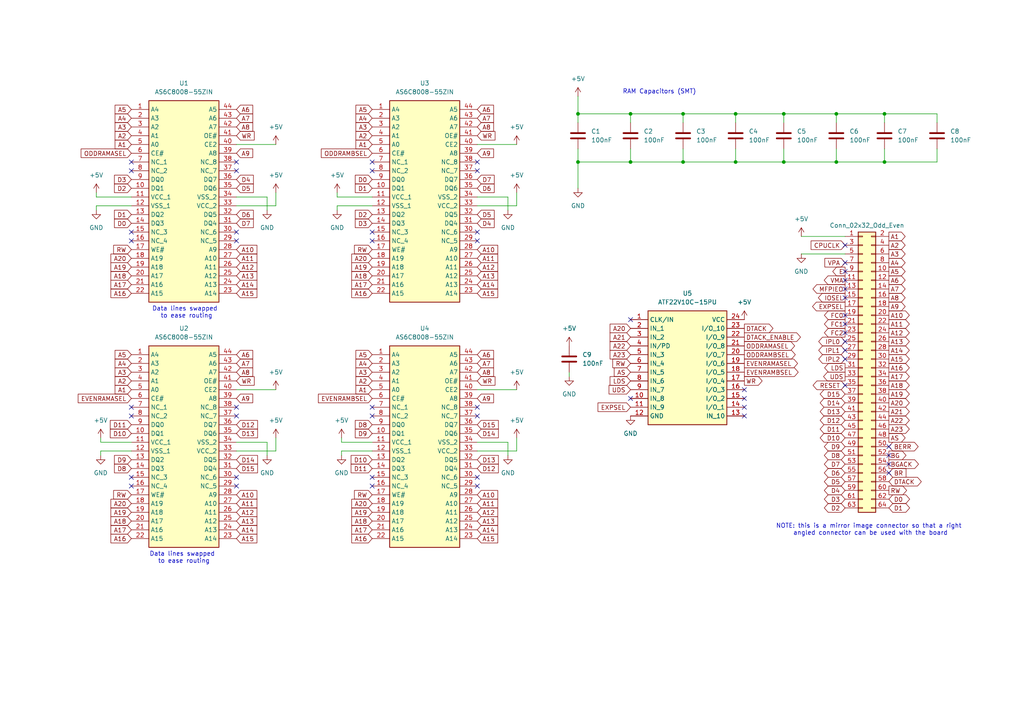
<source format=kicad_sch>
(kicad_sch (version 20231120) (generator "eeschema") (generator_version "8.0")
  (paper "A4")
  (lib_symbols
    (symbol "AS6C8008-55ZIN:AS6C8008-55ZIN"
      (property "Reference" "IC" (at 26.67 7.62 0))
      (property "Value" "AS6C8008-55ZIN" (at 26.67 5.08 0))
      (symbol "AS6C8008-55ZIN_1_1"
        (pin passive line (at 0 0 0) (length 5.08) (name "A4") (number "1"))
        (pin passive line (at 0 -22.86 0) (length 5.08) (name "DQ1") (number "10"))
        (pin passive line (at 0 -25.4 0) (length 5.08) (name "VCC_1") (number "11"))
        (pin passive line (at 0 -27.94 0) (length 5.08) (name "VSS_1") (number "12"))
        (pin passive line (at 0 -30.48 0) (length 5.08) (name "DQ2") (number "13"))
        (pin passive line (at 0 -33.02 0) (length 5.08) (name "DQ3") (number "14"))
        (pin passive line (at 0 -35.56 0) (length 5.08) (name "NC_3") (number "15"))
        (pin passive line (at 0 -38.1 0) (length 5.08) (name "NC_4") (number "16"))
        (pin passive line (at 0 -40.64 0) (length 5.08) (name "WE#") (number "17"))
        (pin passive line (at 0 -43.18 0) (length 5.08) (name "A19") (number "18"))
        (pin passive line (at 0 -45.72 0) (length 5.08) (name "A18") (number "19"))
        (pin passive line (at 0 -2.54 0) (length 5.08) (name "A3") (number "2"))
        (pin passive line (at 0 -48.26 0) (length 5.08) (name "A17") (number "20"))
        (pin passive line (at 0 -50.8 0) (length 5.08) (name "A16") (number "21"))
        (pin passive line (at 0 -53.34 0) (length 5.08) (name "A15") (number "22"))
        (pin passive line (at 30.48 -53.34 180) (length 5.08) (name "A14") (number "23"))
        (pin passive line (at 30.48 -50.8 180) (length 5.08) (name "A13") (number "24"))
        (pin passive line (at 30.48 -48.26 180) (length 5.08) (name "A12") (number "25"))
        (pin passive line (at 30.48 -45.72 180) (length 5.08) (name "A11") (number "26"))
        (pin passive line (at 30.48 -43.18 180) (length 5.08) (name "A10") (number "27"))
        (pin passive line (at 30.48 -40.64 180) (length 5.08) (name "A9") (number "28"))
        (pin passive line (at 30.48 -38.1 180) (length 5.08) (name "NC_5") (number "29"))
        (pin passive line (at 0 -5.08 0) (length 5.08) (name "A2") (number "3"))
        (pin passive line (at 30.48 -35.56 180) (length 5.08) (name "NC_6") (number "30"))
        (pin passive line (at 30.48 -33.02 180) (length 5.08) (name "DQ4") (number "31"))
        (pin passive line (at 30.48 -30.48 180) (length 5.08) (name "DQ5") (number "32"))
        (pin passive line (at 30.48 -27.94 180) (length 5.08) (name "VCC_2") (number "33"))
        (pin passive line (at 30.48 -25.4 180) (length 5.08) (name "VSS_2") (number "34"))
        (pin passive line (at 30.48 -22.86 180) (length 5.08) (name "DQ6") (number "35"))
        (pin passive line (at 30.48 -20.32 180) (length 5.08) (name "DQ7") (number "36"))
        (pin passive line (at 30.48 -17.78 180) (length 5.08) (name "NC_7") (number "37"))
        (pin passive line (at 30.48 -15.24 180) (length 5.08) (name "NC_8") (number "38"))
        (pin passive line (at 30.48 -12.7 180) (length 5.08) (name "A8") (number "39"))
        (pin passive line (at 0 -7.62 0) (length 5.08) (name "A1") (number "4"))
        (pin passive line (at 30.48 -10.16 180) (length 5.08) (name "CE2") (number "40"))
        (pin passive line (at 30.48 -7.62 180) (length 5.08) (name "OE#") (number "41"))
        (pin passive line (at 30.48 -5.08 180) (length 5.08) (name "A7") (number "42"))
        (pin passive line (at 30.48 -2.54 180) (length 5.08) (name "A6") (number "43"))
        (pin passive line (at 30.48 0 180) (length 5.08) (name "A5") (number "44"))
        (pin passive line (at 0 -10.16 0) (length 5.08) (name "A0") (number "5"))
        (pin passive line (at 0 -12.7 0) (length 5.08) (name "CE#") (number "6"))
        (pin passive line (at 0 -15.24 0) (length 5.08) (name "NC_1") (number "7"))
        (pin passive line (at 0 -17.78 0) (length 5.08) (name "NC_2") (number "8"))
        (pin passive line (at 0 -20.32 0) (length 5.08) (name "DQ0") (number "9"))
      )
    )
    (symbol "ATF22V10:ATF22V10C-15PU"
      (property "Reference" "IC" (at 29.21 7.62 0))
      (property "Value" "ATF22V10C-15PU" (at 29.21 5.08 0))
      (symbol "ATF22V10C-15PU_1_1"
        (pin passive line (at 0 0 0) (length 5.08) (name "CLK/IN") (number "1"))
        (pin passive line (at 0 -22.86 0) (length 5.08) (name "IN_8") (number "10"))
        (pin passive line (at 0 -25.4 0) (length 5.08) (name "IN_9") (number "11"))
        (pin passive line (at 0 -27.94 0) (length 5.08) (name "GND") (number "12"))
        (pin passive line (at 33.02 -27.94 180) (length 5.08) (name "IN_10") (number "13"))
        (pin passive line (at 33.02 -25.4 180) (length 5.08) (name "I/O_1") (number "14"))
        (pin passive line (at 33.02 -22.86 180) (length 5.08) (name "I/O_2") (number "15"))
        (pin passive line (at 33.02 -20.32 180) (length 5.08) (name "I/O_3") (number "16"))
        (pin passive line (at 33.02 -17.78 180) (length 5.08) (name "I/O_4") (number "17"))
        (pin passive line (at 33.02 -15.24 180) (length 5.08) (name "I/O_5") (number "18"))
        (pin passive line (at 33.02 -12.7 180) (length 5.08) (name "I/O_6") (number "19"))
        (pin passive line (at 0 -2.54 0) (length 5.08) (name "IN_1") (number "2"))
        (pin passive line (at 33.02 -10.16 180) (length 5.08) (name "I/O_7") (number "20"))
        (pin passive line (at 33.02 -7.62 180) (length 5.08) (name "I/O_8") (number "21"))
        (pin passive line (at 33.02 -5.08 180) (length 5.08) (name "I/O_9") (number "22"))
        (pin passive line (at 33.02 -2.54 180) (length 5.08) (name "I/O_10") (number "23"))
        (pin passive line (at 33.02 0 180) (length 5.08) (name "VCC") (number "24"))
        (pin passive line (at 0 -5.08 0) (length 5.08) (name "IN_2") (number "3"))
        (pin passive line (at 0 -7.62 0) (length 5.08) (name "IN/PD") (number "4"))
        (pin passive line (at 0 -10.16 0) (length 5.08) (name "IN_3") (number "5"))
        (pin passive line (at 0 -12.7 0) (length 5.08) (name "IN_4") (number "6"))
        (pin passive line (at 0 -15.24 0) (length 5.08) (name "IN_5") (number "7"))
        (pin passive line (at 0 -17.78 0) (length 5.08) (name "IN_6") (number "8"))
        (pin passive line (at 0 -20.32 0) (length 5.08) (name "IN_7") (number "9"))
      )
    )
    (symbol "Connector_Generic:Conn_02x32_Odd_Even" (pin_names (offset 1.016) hide)
      (property "Reference" "J" (at 1.27 40.64 0))
      (property "Value" "Conn_02x32_Odd_Even" (at 1.27 -43.18 0))
      (symbol "Conn_02x32_Odd_Even_1_1"
        (pin passive line (at -5.08 38.1 0) (length 3.81) (name "Pin_1") (number "1"))
        (pin passive line (at 7.62 27.94 180) (length 3.81) (name "Pin_10") (number "10"))
        (pin passive line (at -5.08 25.4 0) (length 3.81) (name "Pin_11") (number "11"))
        (pin passive line (at 7.62 25.4 180) (length 3.81) (name "Pin_12") (number "12"))
        (pin passive line (at -5.08 22.86 0) (length 3.81) (name "Pin_13") (number "13"))
        (pin passive line (at 7.62 22.86 180) (length 3.81) (name "Pin_14") (number "14"))
        (pin passive line (at -5.08 20.32 0) (length 3.81) (name "Pin_15") (number "15"))
        (pin passive line (at 7.62 20.32 180) (length 3.81) (name "Pin_16") (number "16"))
        (pin passive line (at -5.08 17.78 0) (length 3.81) (name "Pin_17") (number "17"))
        (pin passive line (at 7.62 17.78 180) (length 3.81) (name "Pin_18") (number "18"))
        (pin passive line (at -5.08 15.24 0) (length 3.81) (name "Pin_19") (number "19"))
        (pin passive line (at 7.62 38.1 180) (length 3.81) (name "Pin_2") (number "2"))
        (pin passive line (at 7.62 15.24 180) (length 3.81) (name "Pin_20") (number "20"))
        (pin passive line (at -5.08 12.7 0) (length 3.81) (name "Pin_21") (number "21"))
        (pin passive line (at 7.62 12.7 180) (length 3.81) (name "Pin_22") (number "22"))
        (pin passive line (at -5.08 10.16 0) (length 3.81) (name "Pin_23") (number "23"))
        (pin passive line (at 7.62 10.16 180) (length 3.81) (name "Pin_24") (number "24"))
        (pin passive line (at -5.08 7.62 0) (length 3.81) (name "Pin_25") (number "25"))
        (pin passive line (at 7.62 7.62 180) (length 3.81) (name "Pin_26") (number "26"))
        (pin passive line (at -5.08 5.08 0) (length 3.81) (name "Pin_27") (number "27"))
        (pin passive line (at 7.62 5.08 180) (length 3.81) (name "Pin_28") (number "28"))
        (pin passive line (at -5.08 2.54 0) (length 3.81) (name "Pin_29") (number "29"))
        (pin passive line (at -5.08 35.56 0) (length 3.81) (name "Pin_3") (number "3"))
        (pin passive line (at 7.62 2.54 180) (length 3.81) (name "Pin_30") (number "30"))
        (pin passive line (at -5.08 0 0) (length 3.81) (name "Pin_31") (number "31"))
        (pin passive line (at 7.62 0 180) (length 3.81) (name "Pin_32") (number "32"))
        (pin passive line (at -5.08 -2.54 0) (length 3.81) (name "Pin_33") (number "33"))
        (pin passive line (at 7.62 -2.54 180) (length 3.81) (name "Pin_34") (number "34"))
        (pin passive line (at -5.08 -5.08 0) (length 3.81) (name "Pin_35") (number "35"))
        (pin passive line (at 7.62 -5.08 180) (length 3.81) (name "Pin_36") (number "36"))
        (pin passive line (at -5.08 -7.62 0) (length 3.81) (name "Pin_37") (number "37"))
        (pin passive line (at 7.62 -7.62 180) (length 3.81) (name "Pin_38") (number "38"))
        (pin passive line (at -5.08 -10.16 0) (length 3.81) (name "Pin_39") (number "39"))
        (pin passive line (at 7.62 35.56 180) (length 3.81) (name "Pin_4") (number "4"))
        (pin passive line (at 7.62 -10.16 180) (length 3.81) (name "Pin_40") (number "40"))
        (pin passive line (at -5.08 -12.7 0) (length 3.81) (name "Pin_41") (number "41"))
        (pin passive line (at 7.62 -12.7 180) (length 3.81) (name "Pin_42") (number "42"))
        (pin passive line (at -5.08 -15.24 0) (length 3.81) (name "Pin_43") (number "43"))
        (pin passive line (at 7.62 -15.24 180) (length 3.81) (name "Pin_44") (number "44"))
        (pin passive line (at -5.08 -17.78 0) (length 3.81) (name "Pin_45") (number "45"))
        (pin passive line (at 7.62 -17.78 180) (length 3.81) (name "Pin_46") (number "46"))
        (pin passive line (at -5.08 -20.32 0) (length 3.81) (name "Pin_47") (number "47"))
        (pin passive line (at 7.62 -20.32 180) (length 3.81) (name "Pin_48") (number "48"))
        (pin passive line (at -5.08 -22.86 0) (length 3.81) (name "Pin_49") (number "49"))
        (pin passive line (at -5.08 33.02 0) (length 3.81) (name "Pin_5") (number "5"))
        (pin passive line (at 7.62 -22.86 180) (length 3.81) (name "Pin_50") (number "50"))
        (pin passive line (at -5.08 -25.4 0) (length 3.81) (name "Pin_51") (number "51"))
        (pin passive line (at 7.62 -25.4 180) (length 3.81) (name "Pin_52") (number "52"))
        (pin passive line (at -5.08 -27.94 0) (length 3.81) (name "Pin_53") (number "53"))
        (pin passive line (at 7.62 -27.94 180) (length 3.81) (name "Pin_54") (number "54"))
        (pin passive line (at -5.08 -30.48 0) (length 3.81) (name "Pin_55") (number "55"))
        (pin passive line (at 7.62 -30.48 180) (length 3.81) (name "Pin_56") (number "56"))
        (pin passive line (at -5.08 -33.02 0) (length 3.81) (name "Pin_57") (number "57"))
        (pin passive line (at 7.62 -33.02 180) (length 3.81) (name "Pin_58") (number "58"))
        (pin passive line (at -5.08 -35.56 0) (length 3.81) (name "Pin_59") (number "59"))
        (pin passive line (at 7.62 33.02 180) (length 3.81) (name "Pin_6") (number "6"))
        (pin passive line (at 7.62 -35.56 180) (length 3.81) (name "Pin_60") (number "60"))
        (pin passive line (at -5.08 -38.1 0) (length 3.81) (name "Pin_61") (number "61"))
        (pin passive line (at 7.62 -38.1 180) (length 3.81) (name "Pin_62") (number "62"))
        (pin passive line (at -5.08 -40.64 0) (length 3.81) (name "Pin_63") (number "63"))
        (pin passive line (at 7.62 -40.64 180) (length 3.81) (name "Pin_64") (number "64"))
        (pin passive line (at -5.08 30.48 0) (length 3.81) (name "Pin_7") (number "7"))
        (pin passive line (at 7.62 30.48 180) (length 3.81) (name "Pin_8") (number "8"))
        (pin passive line (at -5.08 27.94 0) (length 3.81) (name "Pin_9") (number "9"))
      )
    )
    (symbol "Device:C" (pin_numbers hide) (pin_names (offset 0.254))
      (property "Reference" "C" (at 0.635 2.54 0))
      (property "Value" "C" (at 0.635 -2.54 0))
      (symbol "C_1_1"
        (pin passive line (at 0 3.81 270) (length 2.794) (name "~") (number "1"))
        (pin passive line (at 0 -3.81 90) (length 2.794) (name "~") (number "2"))
      )
    )
    (symbol "GND_4" (power) (pin_numbers hide) (pin_names (offset 0) hide)
      (property "Value" "GND" (at 0 -3.81 0))
      (symbol "GND_4_1_1"
        (pin power_in line (at 0 0 270) (length 0) (name "~") (number "1"))
      )
    )
    (symbol "power:+5V" (power) (pin_names (offset 0))
      (property "Value" "+5V" (at 0 3.556 0))
      (symbol "+5V_1_1"
        (pin power_in line (at 0 0 90) (length 0) hide (name "+5V") (number "1"))
      )
    )
    (symbol "power:GND" (power) (pin_names (offset 0))
      (property "Value" "GND" (at 0 -3.81 0))
      (symbol "GND_1_1"
        (pin power_in line (at 0 0 270) (length 0) hide (name "GND") (number "1"))
      )
    )
  )
  (junction (at 227.33 33.02))
  (junction (at 198.12 33.02))
  (junction (at 182.88 46.99))
  (junction (at 242.57 46.99))
  (junction (at 167.64 33.02))
  (junction (at 242.57 33.02))
  (junction (at 213.36 46.99))
  (junction (at 182.88 33.02))
  (junction (at 213.36 33.02))
  (junction (at 256.54 33.02))
  (junction (at 198.12 46.99))
  (junction (at 256.54 46.99))
  (junction (at 167.64 46.99))
  (junction (at 227.33 46.99))
  (no_connect (at 107.95 120.65))
  (no_connect (at 245.11 96.52))
  (no_connect (at 38.1 140.97))
  (no_connect (at 68.58 67.31))
  (no_connect (at 245.11 83.82))
  (no_connect (at 138.43 49.53))
  (no_connect (at 107.95 67.31))
  (no_connect (at 68.58 120.65))
  (no_connect (at 68.58 140.97))
  (no_connect (at 245.11 101.6))
  (no_connect (at 215.9 115.57))
  (no_connect (at 38.1 49.53))
  (no_connect (at 38.1 69.85))
  (no_connect (at 245.11 91.44))
  (no_connect (at 38.1 67.31))
  (no_connect (at 245.11 86.36))
  (no_connect (at 107.95 46.99))
  (no_connect (at 257.81 132.08))
  (no_connect (at 182.88 92.71))
  (no_connect (at 107.95 118.11))
  (no_connect (at 68.58 118.11))
  (no_connect (at 245.11 99.06))
  (no_connect (at 245.11 71.12))
  (no_connect (at 38.1 46.99))
  (no_connect (at 138.43 118.11))
  (no_connect (at 215.9 113.03))
  (no_connect (at 245.11 93.98))
  (no_connect (at 215.9 118.11))
  (no_connect (at 245.11 78.74))
  (no_connect (at 138.43 67.31))
  (no_connect (at 68.58 46.99))
  (no_connect (at 245.11 111.76))
  (no_connect (at 107.95 69.85))
  (no_connect (at 182.88 115.57))
  (no_connect (at 38.1 138.43))
  (no_connect (at 38.1 118.11))
  (no_connect (at 215.9 120.65))
  (no_connect (at 138.43 138.43))
  (no_connect (at 245.11 81.28))
  (no_connect (at 257.81 129.54))
  (no_connect (at 107.95 49.53))
  (no_connect (at 257.81 134.62))
  (no_connect (at 257.81 137.16))
  (no_connect (at 138.43 69.85))
  (no_connect (at 138.43 120.65))
  (no_connect (at 68.58 69.85))
  (no_connect (at 245.11 76.2))
  (no_connect (at 138.43 140.97))
  (no_connect (at 38.1 120.65))
  (no_connect (at 68.58 49.53))
  (no_connect (at 107.95 138.43))
  (no_connect (at 138.43 46.99))
  (no_connect (at 107.95 140.97))
  (no_connect (at 245.11 104.14))
  (no_connect (at 68.58 138.43))
  (wire (pts (xy 182.88 43.18) (xy 182.88 46.99)))
  (wire (pts (xy 167.64 46.99) (xy 182.88 46.99)))
  (wire (pts (xy 256.54 46.99) (xy 271.78 46.99)))
  (wire (pts (xy 138.43 59.69) (xy 149.86 59.69)))
  (wire (pts (xy 242.57 33.02) (xy 242.57 35.56)))
  (wire (pts (xy 27.94 59.69) (xy 27.94 60.96)))
  (wire (pts (xy 213.36 43.18) (xy 213.36 46.99)))
  (wire (pts (xy 68.58 41.91) (xy 80.01 41.91)))
  (wire (pts (xy 99.06 130.81) (xy 99.06 132.08)))
  (wire (pts (xy 271.78 43.18) (xy 271.78 46.99)))
  (wire (pts (xy 256.54 33.02) (xy 271.78 33.02)))
  (wire (pts (xy 99.06 130.81) (xy 107.95 130.81)))
  (wire (pts (xy 227.33 46.99) (xy 213.36 46.99)))
  (wire (pts (xy 107.95 59.69) (xy 97.79 59.69)))
  (wire (pts (xy 97.79 57.15) (xy 107.95 57.15)))
  (wire (pts (xy 68.58 57.15) (xy 77.47 57.15)))
  (wire (pts (xy 242.57 43.18) (xy 242.57 46.99)))
  (wire (pts (xy 198.12 33.02) (xy 213.36 33.02)))
  (wire (pts (xy 165.1 107.95) (xy 165.1 109.22)))
  (wire (pts (xy 167.64 33.02) (xy 167.64 35.56)))
  (wire (pts (xy 242.57 33.02) (xy 256.54 33.02)))
  (wire (pts (xy 167.64 27.94) (xy 167.64 33.02)))
  (wire (pts (xy 198.12 33.02) (xy 182.88 33.02)))
  (wire (pts (xy 149.86 130.81) (xy 149.86 127)))
  (wire (pts (xy 167.64 33.02) (xy 182.88 33.02)))
  (wire (pts (xy 138.43 130.81) (xy 149.86 130.81)))
  (wire (pts (xy 27.94 57.15) (xy 38.1 57.15)))
  (wire (pts (xy 38.1 59.69) (xy 27.94 59.69)))
  (wire (pts (xy 182.88 33.02) (xy 182.88 35.56)))
  (wire (pts (xy 77.47 57.15) (xy 77.47 60.96)))
  (wire (pts (xy 213.36 33.02) (xy 227.33 33.02)))
  (wire (pts (xy 198.12 46.99) (xy 213.36 46.99)))
  (wire (pts (xy 29.21 130.81) (xy 38.1 130.81)))
  (wire (pts (xy 138.43 113.03) (xy 149.86 113.03)))
  (wire (pts (xy 149.86 59.69) (xy 149.86 55.88)))
  (wire (pts (xy 198.12 43.18) (xy 198.12 46.99)))
  (wire (pts (xy 198.12 33.02) (xy 198.12 35.56)))
  (wire (pts (xy 256.54 43.18) (xy 256.54 46.99)))
  (wire (pts (xy 97.79 59.69) (xy 97.79 60.96)))
  (wire (pts (xy 147.32 128.27) (xy 147.32 132.08)))
  (wire (pts (xy 227.33 46.99) (xy 242.57 46.99)))
  (wire (pts (xy 99.06 128.27) (xy 99.06 127)))
  (wire (pts (xy 27.94 57.15) (xy 27.94 55.88)))
  (wire (pts (xy 147.32 57.15) (xy 147.32 60.96)))
  (wire (pts (xy 77.47 128.27) (xy 77.47 132.08)))
  (wire (pts (xy 167.64 46.99) (xy 167.64 54.61)))
  (wire (pts (xy 80.01 59.69) (xy 80.01 55.88)))
  (wire (pts (xy 68.58 130.81) (xy 80.01 130.81)))
  (wire (pts (xy 99.06 128.27) (xy 107.95 128.27)))
  (wire (pts (xy 227.33 33.02) (xy 242.57 33.02)))
  (wire (pts (xy 138.43 41.91) (xy 149.86 41.91)))
  (wire (pts (xy 245.11 73.66) (xy 232.41 73.66)))
  (wire (pts (xy 213.36 33.02) (xy 213.36 35.56)))
  (wire (pts (xy 138.43 128.27) (xy 147.32 128.27)))
  (wire (pts (xy 242.57 46.99) (xy 256.54 46.99)))
  (wire (pts (xy 68.58 113.03) (xy 80.01 113.03)))
  (wire (pts (xy 80.01 130.81) (xy 80.01 127)))
  (wire (pts (xy 167.64 43.18) (xy 167.64 46.99)))
  (wire (pts (xy 245.11 68.58) (xy 232.41 68.58)))
  (wire (pts (xy 227.33 43.18) (xy 227.33 46.99)))
  (wire (pts (xy 29.21 128.27) (xy 29.21 127)))
  (wire (pts (xy 68.58 59.69) (xy 80.01 59.69)))
  (wire (pts (xy 227.33 33.02) (xy 227.33 35.56)))
  (wire (pts (xy 29.21 130.81) (xy 29.21 132.08)))
  (wire (pts (xy 182.88 46.99) (xy 198.12 46.99)))
  (wire (pts (xy 29.21 128.27) (xy 38.1 128.27)))
  (wire (pts (xy 97.79 57.15) (xy 97.79 55.88)))
  (wire (pts (xy 256.54 33.02) (xy 256.54 35.56)))
  (wire (pts (xy 271.78 33.02) (xy 271.78 35.56)))
  (wire (pts (xy 138.43 57.15) (xy 147.32 57.15)))
  (wire (pts (xy 68.58 128.27) (xy 77.47 128.27)))
  (text "NOTE: this is a mirror image connector so that a right \nangled connector can be used with the board" (at 252.476 153.67 0) (effects (font (size 1.27 1.27))))
  (text "Data lines swapped \nto ease routing" (at 54.102 90.678 0) (effects (font (size 1.27 1.27))))
  (text "Data lines swapped \nto ease routing" (at 53.34 161.798 0) (effects (font (size 1.27 1.27))))
  (text "RAM Capacitors (SMT)" (at 191.262 26.67 0) (effects (font (size 1.27 1.27))))
  (global_label "D3" (shape bidirectional) (at 245.11 144.78 180) (property "Intersheetrefs" "${INTERSHEET_REFS}" (effects (hide yes))))
  (global_label "A1" (shape input) (at 38.1 41.91 180) (property "Intersheetrefs" "${INTERSHEET_REFS}" (effects (hide yes))))
  (global_label "A11" (shape input) (at 68.58 74.93 0) (property "Intersheetrefs" "${INTERSHEET_REFS}" (effects (hide yes))))
  (global_label "A15" (shape input) (at 138.43 156.21 0) (property "Intersheetrefs" "${INTERSHEET_REFS}" (effects (hide yes))))
  (global_label "EXPSEL" (shape output) (at 245.11 88.9 180) (property "Intersheetrefs" "${INTERSHEET_REFS}" (effects (hide yes))))
  (global_label "A20" (shape input) (at 38.1 74.93 180) (property "Intersheetrefs" "${INTERSHEET_REFS}" (effects (hide yes))))
  (global_label "A4" (shape input) (at 107.95 105.41 180) (property "Intersheetrefs" "${INTERSHEET_REFS}" (effects (hide yes))))
  (global_label "D7" (shape input) (at 138.43 52.07 0) (property "Intersheetrefs" "${INTERSHEET_REFS}" (effects (hide yes))))
  (global_label "D2" (shape input) (at 107.95 62.23 180) (property "Intersheetrefs" "${INTERSHEET_REFS}" (effects (hide yes))))
  (global_label "D1" (shape input) (at 38.1 62.23 180) (property "Intersheetrefs" "${INTERSHEET_REFS}" (effects (hide yes))))
  (global_label "A2" (shape input) (at 107.95 110.49 180) (property "Intersheetrefs" "${INTERSHEET_REFS}" (effects (hide yes))))
  (global_label "D12" (shape input) (at 68.58 123.19 0) (property "Intersheetrefs" "${INTERSHEET_REFS}" (effects (hide yes))))
  (global_label "D14" (shape bidirectional) (at 245.11 116.84 180) (property "Intersheetrefs" "${INTERSHEET_REFS}" (effects (hide yes))))
  (global_label "D13" (shape bidirectional) (at 245.11 119.38 180) (property "Intersheetrefs" "${INTERSHEET_REFS}" (effects (hide yes))))
  (global_label "IPL1" (shape tri_state) (at 245.11 101.6 180) (property "Intersheetrefs" "${INTERSHEET_REFS}" (effects (hide yes))))
  (global_label "D14" (shape input) (at 138.43 125.73 0) (property "Intersheetrefs" "${INTERSHEET_REFS}" (effects (hide yes))))
  (global_label "A14" (shape input) (at 68.58 82.55 0) (property "Intersheetrefs" "${INTERSHEET_REFS}" (effects (hide yes))))
  (global_label "A14" (shape input) (at 138.43 153.67 0) (property "Intersheetrefs" "${INTERSHEET_REFS}" (effects (hide yes))))
  (global_label "DTACK" (shape output) (at 215.9 95.25 0) (property "Intersheetrefs" "${INTERSHEET_REFS}" (effects (hide yes))))
  (global_label "RW" (shape input) (at 38.1 143.51 180) (property "Intersheetrefs" "${INTERSHEET_REFS}" (effects (hide yes))))
  (global_label "EVENRAMBSEL" (shape output) (at 215.9 107.95 0) (property "Intersheetrefs" "${INTERSHEET_REFS}" (effects (hide yes))))
  (global_label "A18" (shape input) (at 107.95 151.13 180) (property "Intersheetrefs" "${INTERSHEET_REFS}" (effects (hide yes))))
  (global_label "A20" (shape input) (at 107.95 74.93 180) (property "Intersheetrefs" "${INTERSHEET_REFS}" (effects (hide yes))))
  (global_label "D9" (shape input) (at 38.1 133.35 180) (property "Intersheetrefs" "${INTERSHEET_REFS}" (effects (hide yes))))
  (global_label "D12" (shape input) (at 138.43 135.89 0) (property "Intersheetrefs" "${INTERSHEET_REFS}" (effects (hide yes))))
  (global_label "A5" (shape input) (at 107.95 31.75 180) (property "Intersheetrefs" "${INTERSHEET_REFS}" (effects (hide yes))))
  (global_label "UDS" (shape input) (at 182.88 113.03 180) (property "Intersheetrefs" "${INTERSHEET_REFS}" (effects (hide yes))))
  (global_label "D3" (shape input) (at 107.95 64.77 180) (property "Intersheetrefs" "${INTERSHEET_REFS}" (effects (hide yes))))
  (global_label "A12" (shape input) (at 68.58 77.47 0) (property "Intersheetrefs" "${INTERSHEET_REFS}" (effects (hide yes))))
  (global_label "D13" (shape input) (at 138.43 133.35 0) (property "Intersheetrefs" "${INTERSHEET_REFS}" (effects (hide yes))))
  (global_label "ODDRAMBSEL" (shape output) (at 215.9 102.87 0) (property "Intersheetrefs" "${INTERSHEET_REFS}" (effects (hide yes))))
  (global_label "CPUCLK" (shape input) (at 245.11 71.12 180) (property "Intersheetrefs" "${INTERSHEET_REFS}" (effects (hide yes))))
  (global_label "A14" (shape input) (at 68.58 153.67 0) (property "Intersheetrefs" "${INTERSHEET_REFS}" (effects (hide yes))))
  (global_label "FC0" (shape output) (at 245.11 91.44 180) (property "Intersheetrefs" "${INTERSHEET_REFS}" (effects (hide yes))))
  (global_label "A16" (shape input) (at 38.1 85.09 180) (property "Intersheetrefs" "${INTERSHEET_REFS}" (effects (hide yes))))
  (global_label "A19" (shape input) (at 107.95 77.47 180) (property "Intersheetrefs" "${INTERSHEET_REFS}" (effects (hide yes))))
  (global_label "A3" (shape input) (at 38.1 107.95 180) (property "Intersheetrefs" "${INTERSHEET_REFS}" (effects (hide yes))))
  (global_label "RESET" (shape bidirectional) (at 245.11 111.76 180) (property "Intersheetrefs" "${INTERSHEET_REFS}" (effects (hide yes))))
  (global_label "A17" (shape input) (at 107.95 82.55 180) (property "Intersheetrefs" "${INTERSHEET_REFS}" (effects (hide yes))))
  (global_label "D2" (shape bidirectional) (at 245.11 147.32 180) (property "Intersheetrefs" "${INTERSHEET_REFS}" (effects (hide yes))))
  (global_label "A13" (shape input) (at 68.58 151.13 0) (property "Intersheetrefs" "${INTERSHEET_REFS}" (effects (hide yes))))
  (global_label "A9" (shape input) (at 68.58 44.45 0) (property "Intersheetrefs" "${INTERSHEET_REFS}" (effects (hide yes))))
  (global_label "FC1" (shape output) (at 245.11 93.98 180) (property "Intersheetrefs" "${INTERSHEET_REFS}" (effects (hide yes))))
  (global_label "LDS" (shape input) (at 182.88 110.49 180) (property "Intersheetrefs" "${INTERSHEET_REFS}" (effects (hide yes))))
  (global_label "EVENRAMBSEL" (shape input) (at 107.95 115.57 180) (property "Intersheetrefs" "${INTERSHEET_REFS}" (effects (hide yes))))
  (global_label "D6" (shape input) (at 68.58 62.23 0) (property "Intersheetrefs" "${INTERSHEET_REFS}" (effects (hide yes))))
  (global_label "A3" (shape input) (at 107.95 36.83 180) (property "Intersheetrefs" "${INTERSHEET_REFS}" (effects (hide yes))))
  (global_label "D15" (shape input) (at 138.43 123.19 0) (property "Intersheetrefs" "${INTERSHEET_REFS}" (effects (hide yes))))
  (global_label "A4" (shape input) (at 107.95 34.29 180) (property "Intersheetrefs" "${INTERSHEET_REFS}" (effects (hide yes))))
  (global_label "D5" (shape bidirectional) (at 245.11 139.7 180) (property "Intersheetrefs" "${INTERSHEET_REFS}" (effects (hide yes))))
  (global_label "A19" (shape input) (at 38.1 77.47 180) (property "Intersheetrefs" "${INTERSHEET_REFS}" (effects (hide yes))))
  (global_label "A19" (shape output) (at 257.81 114.3 0) (property "Intersheetrefs" "${INTERSHEET_REFS}" (effects (hide yes))))
  (global_label "ODDRAMASEL" (shape input) (at 38.1 44.45 180) (property "Intersheetrefs" "${INTERSHEET_REFS}" (effects (hide yes))))
  (global_label "A13" (shape input) (at 68.58 80.01 0) (property "Intersheetrefs" "${INTERSHEET_REFS}" (effects (hide yes))))
  (global_label "D7" (shape bidirectional) (at 245.11 134.62 180) (property "Intersheetrefs" "${INTERSHEET_REFS}" (effects (hide yes))))
  (global_label "A15" (shape input) (at 138.43 85.09 0) (property "Intersheetrefs" "${INTERSHEET_REFS}" (effects (hide yes))))
  (global_label "A15" (shape input) (at 68.58 85.09 0) (property "Intersheetrefs" "${INTERSHEET_REFS}" (effects (hide yes))))
  (global_label "A9" (shape input) (at 138.43 44.45 0) (property "Intersheetrefs" "${INTERSHEET_REFS}" (effects (hide yes))))
  (global_label "A16" (shape input) (at 107.95 156.21 180) (property "Intersheetrefs" "${INTERSHEET_REFS}" (effects (hide yes))))
  (global_label "WR" (shape input) (at 138.43 39.37 0) (property "Intersheetrefs" "${INTERSHEET_REFS}" (effects (hide yes))))
  (global_label "BG" (shape output) (at 257.81 132.08 0) (property "Intersheetrefs" "${INTERSHEET_REFS}" (effects (hide yes))))
  (global_label "LDS" (shape output) (at 245.11 106.68 180) (property "Intersheetrefs" "${INTERSHEET_REFS}" (effects (hide yes))))
  (global_label "A6" (shape input) (at 68.58 102.87 0) (property "Intersheetrefs" "${INTERSHEET_REFS}" (effects (hide yes))))
  (global_label "D10" (shape bidirectional) (at 245.11 127 180) (property "Intersheetrefs" "${INTERSHEET_REFS}" (effects (hide yes))))
  (global_label "A16" (shape output) (at 257.81 106.68 0) (property "Intersheetrefs" "${INTERSHEET_REFS}" (effects (hide yes))))
  (global_label "A14" (shape input) (at 138.43 82.55 0) (property "Intersheetrefs" "${INTERSHEET_REFS}" (effects (hide yes))))
  (global_label "A13" (shape input) (at 138.43 151.13 0) (property "Intersheetrefs" "${INTERSHEET_REFS}" (effects (hide yes))))
  (global_label "D0" (shape input) (at 107.95 52.07 180) (property "Intersheetrefs" "${INTERSHEET_REFS}" (effects (hide yes))))
  (global_label "A10" (shape output) (at 257.81 91.44 0) (property "Intersheetrefs" "${INTERSHEET_REFS}" (effects (hide yes))))
  (global_label "D12" (shape bidirectional) (at 245.11 121.92 180) (property "Intersheetrefs" "${INTERSHEET_REFS}" (effects (hide yes))))
  (global_label "A1" (shape input) (at 107.95 113.03 180) (property "Intersheetrefs" "${INTERSHEET_REFS}" (effects (hide yes))))
  (global_label "D0" (shape input) (at 38.1 64.77 180) (property "Intersheetrefs" "${INTERSHEET_REFS}" (effects (hide yes))))
  (global_label "A20" (shape output) (at 257.81 116.84 0) (property "Intersheetrefs" "${INTERSHEET_REFS}" (effects (hide yes))))
  (global_label "A4" (shape input) (at 38.1 105.41 180) (property "Intersheetrefs" "${INTERSHEET_REFS}" (effects (hide yes))))
  (global_label "A12" (shape input) (at 138.43 77.47 0) (property "Intersheetrefs" "${INTERSHEET_REFS}" (effects (hide yes))))
  (global_label "A6" (shape output) (at 257.81 81.28 0) (property "Intersheetrefs" "${INTERSHEET_REFS}" (effects (hide yes))))
  (global_label "D6" (shape input) (at 138.43 54.61 0) (property "Intersheetrefs" "${INTERSHEET_REFS}" (effects (hide yes))))
  (global_label "DTACK_ENABLE" (shape output) (at 215.9 97.79 0) (property "Intersheetrefs" "${INTERSHEET_REFS}" (effects (hide yes))))
  (global_label "A16" (shape input) (at 107.95 85.09 180) (property "Intersheetrefs" "${INTERSHEET_REFS}" (effects (hide yes))))
  (global_label "A23" (shape output) (at 257.81 124.46 0) (property "Intersheetrefs" "${INTERSHEET_REFS}" (effects (hide yes))))
  (global_label "A5" (shape input) (at 38.1 102.87 180) (property "Intersheetrefs" "${INTERSHEET_REFS}" (effects (hide yes))))
  (global_label "D15" (shape input) (at 68.58 135.89 0) (property "Intersheetrefs" "${INTERSHEET_REFS}" (effects (hide yes))))
  (global_label "A4" (shape input) (at 38.1 34.29 180) (property "Intersheetrefs" "${INTERSHEET_REFS}" (effects (hide yes))))
  (global_label "E" (shape output) (at 245.11 78.74 180) (property "Intersheetrefs" "${INTERSHEET_REFS}" (effects (hide yes))))
  (global_label "DTACK" (shape bidirectional) (at 257.81 139.7 0) (property "Intersheetrefs" "${INTERSHEET_REFS}" (effects (hide yes))))
  (global_label "A12" (shape input) (at 138.43 148.59 0) (property "Intersheetrefs" "${INTERSHEET_REFS}" (effects (hide yes))))
  (global_label "UDS" (shape output) (at 245.11 109.22 180) (property "Intersheetrefs" "${INTERSHEET_REFS}" (effects (hide yes))))
  (global_label "A1" (shape input) (at 38.1 113.03 180) (property "Intersheetrefs" "${INTERSHEET_REFS}" (effects (hide yes))))
  (global_label "D1" (shape input) (at 107.95 54.61 180) (property "Intersheetrefs" "${INTERSHEET_REFS}" (effects (hide yes))))
  (global_label "A9" (shape input) (at 138.43 115.57 0) (property "Intersheetrefs" "${INTERSHEET_REFS}" (effects (hide yes))))
  (global_label "D11" (shape bidirectional) (at 245.11 124.46 180) (property "Intersheetrefs" "${INTERSHEET_REFS}" (effects (hide yes))))
  (global_label "D4" (shape input) (at 138.43 64.77 0) (property "Intersheetrefs" "${INTERSHEET_REFS}" (effects (hide yes))))
  (global_label "D4" (shape bidirectional) (at 245.11 142.24 180) (property "Intersheetrefs" "${INTERSHEET_REFS}" (effects (hide yes))))
  (global_label "D8" (shape input) (at 107.95 123.19 180) (property "Intersheetrefs" "${INTERSHEET_REFS}" (effects (hide yes))))
  (global_label "A19" (shape input) (at 107.95 148.59 180) (property "Intersheetrefs" "${INTERSHEET_REFS}" (effects (hide yes))))
  (global_label "MFPIEO" (shape output) (at 245.11 83.82 180) (property "Intersheetrefs" "${INTERSHEET_REFS}" (effects (hide yes))))
  (global_label "D4" (shape input) (at 68.58 52.07 0) (property "Intersheetrefs" "${INTERSHEET_REFS}" (effects (hide yes))))
  (global_label "A15" (shape output) (at 257.81 104.14 0) (property "Intersheetrefs" "${INTERSHEET_REFS}" (effects (hide yes))))
  (global_label "A11" (shape input) (at 138.43 146.05 0) (property "Intersheetrefs" "${INTERSHEET_REFS}" (effects (hide yes))))
  (global_label "A17" (shape input) (at 38.1 153.67 180) (property "Intersheetrefs" "${INTERSHEET_REFS}" (effects (hide yes))))
  (global_label "AS" (shape input) (at 182.88 107.95 180) (property "Intersheetrefs" "${INTERSHEET_REFS}" (effects (hide yes))))
  (global_label "A20" (shape input) (at 107.95 146.05 180) (property "Intersheetrefs" "${INTERSHEET_REFS}" (effects (hide yes))))
  (global_label "D8" (shape bidirectional) (at 245.11 132.08 180) (property "Intersheetrefs" "${INTERSHEET_REFS}" (effects (hide yes))))
  (global_label "D6" (shape bidirectional) (at 245.11 137.16 180) (property "Intersheetrefs" "${INTERSHEET_REFS}" (effects (hide yes))))
  (global_label "D10" (shape input) (at 38.1 125.73 180) (property "Intersheetrefs" "${INTERSHEET_REFS}" (effects (hide yes))))
  (global_label "A8" (shape input) (at 68.58 36.83 0) (property "Intersheetrefs" "${INTERSHEET_REFS}" (effects (hide yes))))
  (global_label "RW" (shape input) (at 182.88 105.41 180) (property "Intersheetrefs" "${INTERSHEET_REFS}" (effects (hide yes))))
  (global_label "EVENRAMASEL" (shape input) (at 38.1 115.57 180) (property "Intersheetrefs" "${INTERSHEET_REFS}" (effects (hide yes))))
  (global_label "A2" (shape input) (at 107.95 39.37 180) (property "Intersheetrefs" "${INTERSHEET_REFS}" (effects (hide yes))))
  (global_label "A6" (shape input) (at 68.58 31.75 0) (property "Intersheetrefs" "${INTERSHEET_REFS}" (effects (hide yes))))
  (global_label "D1" (shape bidirectional) (at 257.81 147.32 0) (property "Intersheetrefs" "${INTERSHEET_REFS}" (effects (hide yes))))
  (global_label "A10" (shape input) (at 68.58 143.51 0) (property "Intersheetrefs" "${INTERSHEET_REFS}" (effects (hide yes))))
  (global_label "A21" (shape output) (at 257.81 119.38 0) (property "Intersheetrefs" "${INTERSHEET_REFS}" (effects (hide yes))))
  (global_label "D0" (shape bidirectional) (at 257.81 144.78 0) (property "Intersheetrefs" "${INTERSHEET_REFS}" (effects (hide yes))))
  (global_label "VMA" (shape output) (at 245.11 81.28 180) (property "Intersheetrefs" "${INTERSHEET_REFS}" (effects (hide yes))))
  (global_label "EVENRAMASEL" (shape output) (at 215.9 105.41 0) (property "Intersheetrefs" "${INTERSHEET_REFS}" (effects (hide yes))))
  (global_label "A6" (shape input) (at 138.43 102.87 0) (property "Intersheetrefs" "${INTERSHEET_REFS}" (effects (hide yes))))
  (global_label "D8" (shape input) (at 38.1 135.89 180) (property "Intersheetrefs" "${INTERSHEET_REFS}" (effects (hide yes))))
  (global_label "WR" (shape input) (at 68.58 110.49 0) (property "Intersheetrefs" "${INTERSHEET_REFS}" (effects (hide yes))))
  (global_label "ODDRAMBSEL" (shape input) (at 107.95 44.45 180) (property "Intersheetrefs" "${INTERSHEET_REFS}" (effects (hide yes))))
  (global_label "D9" (shape input) (at 107.95 125.73 180) (property "Intersheetrefs" "${INTERSHEET_REFS}" (effects (hide yes))))
  (global_label "A8" (shape input) (at 68.58 107.95 0) (property "Intersheetrefs" "${INTERSHEET_REFS}" (effects (hide yes))))
  (global_label "A1" (shape input) (at 107.95 41.91 180) (property "Intersheetrefs" "${INTERSHEET_REFS}" (effects (hide yes))))
  (global_label "A5" (shape input) (at 38.1 31.75 180) (property "Intersheetrefs" "${INTERSHEET_REFS}" (effects (hide yes))))
  (global_label "A17" (shape output) (at 257.81 109.22 0) (property "Intersheetrefs" "${INTERSHEET_REFS}" (effects (hide yes))))
  (global_label "A3" (shape output) (at 257.81 73.66 0) (property "Intersheetrefs" "${INTERSHEET_REFS}" (effects (hide yes))))
  (global_label "A22" (shape input) (at 182.88 100.33 180) (property "Intersheetrefs" "${INTERSHEET_REFS}" (effects (hide yes))))
  (global_label "A23" (shape input) (at 182.88 102.87 180) (property "Intersheetrefs" "${INTERSHEET_REFS}" (effects (hide yes))))
  (global_label "A17" (shape input) (at 38.1 82.55 180) (property "Intersheetrefs" "${INTERSHEET_REFS}" (effects (hide yes))))
  (global_label "A15" (shape input) (at 68.58 156.21 0) (property "Intersheetrefs" "${INTERSHEET_REFS}" (effects (hide yes))))
  (global_label "RW" (shape input) (at 107.95 72.39 180) (property "Intersheetrefs" "${INTERSHEET_REFS}" (effects (hide yes))))
  (global_label "A6" (shape input) (at 138.43 31.75 0) (property "Intersheetrefs" "${INTERSHEET_REFS}" (effects (hide yes))))
  (global_label "D3" (shape input) (at 38.1 52.07 180) (property "Intersheetrefs" "${INTERSHEET_REFS}" (effects (hide yes))))
  (global_label "RW" (shape output) (at 257.81 142.24 0) (property "Intersheetrefs" "${INTERSHEET_REFS}" (effects (hide yes))))
  (global_label "A18" (shape input) (at 38.1 80.01 180) (property "Intersheetrefs" "${INTERSHEET_REFS}" (effects (hide yes))))
  (global_label "A10" (shape input) (at 138.43 72.39 0) (property "Intersheetrefs" "${INTERSHEET_REFS}" (effects (hide yes))))
  (global_label "D11" (shape input) (at 38.1 123.19 180) (property "Intersheetrefs" "${INTERSHEET_REFS}" (effects (hide yes))))
  (global_label "A12" (shape output) (at 257.81 96.52 0) (property "Intersheetrefs" "${INTERSHEET_REFS}" (effects (hide yes))))
  (global_label "A5" (shape input) (at 107.95 102.87 180) (property "Intersheetrefs" "${INTERSHEET_REFS}" (effects (hide yes))))
  (global_label "D14" (shape input) (at 68.58 133.35 0) (property "Intersheetrefs" "${INTERSHEET_REFS}" (effects (hide yes))))
  (global_label "A11" (shape input) (at 138.43 74.93 0) (property "Intersheetrefs" "${INTERSHEET_REFS}" (effects (hide yes))))
  (global_label "BERR" (shape bidirectional) (at 257.81 129.54 0) (property "Intersheetrefs" "${INTERSHEET_REFS}" (effects (hide yes))))
  (global_label "EXPSEL" (shape input) (at 182.88 118.11 180) (property "Intersheetrefs" "${INTERSHEET_REFS}" (effects (hide yes))))
  (global_label "A2" (shape input) (at 38.1 39.37 180) (property "Intersheetrefs" "${INTERSHEET_REFS}" (effects (hide yes))))
  (global_label "A7" (shape output) (at 257.81 83.82 0) (property "Intersheetrefs" "${INTERSHEET_REFS}" (effects (hide yes))))
  (global_label "D9" (shape bidirectional) (at 245.11 129.54 180) (property "Intersheetrefs" "${INTERSHEET_REFS}" (effects (hide yes))))
  (global_label "A17" (shape input) (at 107.95 153.67 180) (property "Intersheetrefs" "${INTERSHEET_REFS}" (effects (hide yes))))
  (global_label "RW" (shape input) (at 107.95 143.51 180) (property "Intersheetrefs" "${INTERSHEET_REFS}" (effects (hide yes))))
  (global_label "A9" (shape input) (at 68.58 115.57 0) (property "Intersheetrefs" "${INTERSHEET_REFS}" (effects (hide yes))))
  (global_label "A4" (shape output) (at 257.81 76.2 0) (property "Intersheetrefs" "${INTERSHEET_REFS}" (effects (hide yes))))
  (global_label "A13" (shape input) (at 138.43 80.01 0) (property "Intersheetrefs" "${INTERSHEET_REFS}" (effects (hide yes))))
  (global_label "A10" (shape input) (at 68.58 72.39 0) (property "Intersheetrefs" "${INTERSHEET_REFS}" (effects (hide yes))))
  (global_label "D13" (shape input) (at 68.58 125.73 0) (property "Intersheetrefs" "${INTERSHEET_REFS}" (effects (hide yes))))
  (global_label "FC2" (shape output) (at 245.11 96.52 180) (property "Intersheetrefs" "${INTERSHEET_REFS}" (effects (hide yes))))
  (global_label "A18" (shape input) (at 38.1 151.13 180) (property "Intersheetrefs" "${INTERSHEET_REFS}" (effects (hide yes))))
  (global_label "A7" (shape input) (at 68.58 105.41 0) (property "Intersheetrefs" "${INTERSHEET_REFS}" (effects (hide yes))))
  (global_label "IOSEL" (shape output) (at 245.11 86.36 180) (property "Intersheetrefs" "${INTERSHEET_REFS}" (effects (hide yes))))
  (global_label "A8" (shape input) (at 138.43 107.95 0) (property "Intersheetrefs" "${INTERSHEET_REFS}" (effects (hide yes))))
  (global_label "A3" (shape input) (at 107.95 107.95 180) (property "Intersheetrefs" "${INTERSHEET_REFS}" (effects (hide yes))))
  (global_label "A11" (shape output) (at 257.81 93.98 0) (property "Intersheetrefs" "${INTERSHEET_REFS}" (effects (hide yes))))
  (global_label "A1" (shape output) (at 257.81 68.58 0) (property "Intersheetrefs" "${INTERSHEET_REFS}" (effects (hide yes))))
  (global_label "A7" (shape input) (at 138.43 34.29 0) (property "Intersheetrefs" "${INTERSHEET_REFS}" (effects (hide yes))))
  (global_label "D10" (shape input) (at 107.95 133.35 180) (property "Intersheetrefs" "${INTERSHEET_REFS}" (effects (hide yes))))
  (global_label "ODDRAMASEL" (shape output) (at 215.9 100.33 0) (property "Intersheetrefs" "${INTERSHEET_REFS}" (effects (hide yes))))
  (global_label "A2" (shape output) (at 257.81 71.12 0) (property "Intersheetrefs" "${INTERSHEET_REFS}" (effects (hide yes))))
  (global_label "A12" (shape input) (at 68.58 148.59 0) (property "Intersheetrefs" "${INTERSHEET_REFS}" (effects (hide yes))))
  (global_label "A18" (shape output) (at 257.81 111.76 0) (property "Intersheetrefs" "${INTERSHEET_REFS}" (effects (hide yes))))
  (global_label "WR" (shape output) (at 215.9 110.49 0) (property "Intersheetrefs" "${INTERSHEET_REFS}" (effects (hide yes))))
  (global_label "A19" (shape input) (at 38.1 148.59 180) (property "Intersheetrefs" "${INTERSHEET_REFS}" (effects (hide yes))))
  (global_label "A20" (shape input) (at 182.88 95.25 180) (property "Intersheetrefs" "${INTERSHEET_REFS}" (effects (hide yes))))
  (global_label "A14" (shape output) (at 257.81 101.6 0) (property "Intersheetrefs" "${INTERSHEET_REFS}" (effects (hide yes))))
  (global_label "A7" (shape input) (at 138.43 105.41 0) (property "Intersheetrefs" "${INTERSHEET_REFS}" (effects (hide yes))))
  (global_label "RW" (shape input) (at 38.1 72.39 180) (property "Intersheetrefs" "${INTERSHEET_REFS}" (effects (hide yes))))
  (global_label "A5" (shape output) (at 257.81 78.74 0) (property "Intersheetrefs" "${INTERSHEET_REFS}" (effects (hide yes))))
  (global_label "D5" (shape input) (at 68.58 54.61 0) (property "Intersheetrefs" "${INTERSHEET_REFS}" (effects (hide yes))))
  (global_label "A7" (shape input) (at 68.58 34.29 0) (property "Intersheetrefs" "${INTERSHEET_REFS}" (effects (hide yes))))
  (global_label "D5" (shape input) (at 138.43 62.23 0) (property "Intersheetrefs" "${INTERSHEET_REFS}" (effects (hide yes))))
  (global_label "A22" (shape output) (at 257.81 121.92 0) (property "Intersheetrefs" "${INTERSHEET_REFS}" (effects (hide yes))))
  (global_label "D7" (shape input) (at 68.58 64.77 0) (property "Intersheetrefs" "${INTERSHEET_REFS}" (effects (hide yes))))
  (global_label "A8" (shape input) (at 138.43 36.83 0) (property "Intersheetrefs" "${INTERSHEET_REFS}" (effects (hide yes))))
  (global_label "VPA" (shape input) (at 245.11 76.2 180) (property "Intersheetrefs" "${INTERSHEET_REFS}" (effects (hide yes))))
  (global_label "WR" (shape input) (at 68.58 39.37 0) (property "Intersheetrefs" "${INTERSHEET_REFS}" (effects (hide yes))))
  (global_label "BR" (shape input) (at 257.81 137.16 0) (property "Intersheetrefs" "${INTERSHEET_REFS}" (effects (hide yes))))
  (global_label "A10" (shape input) (at 138.43 143.51 0) (property "Intersheetrefs" "${INTERSHEET_REFS}" (effects (hide yes))))
  (global_label "D11" (shape input) (at 107.95 135.89 180) (property "Intersheetrefs" "${INTERSHEET_REFS}" (effects (hide yes))))
  (global_label "A20" (shape input) (at 38.1 146.05 180) (property "Intersheetrefs" "${INTERSHEET_REFS}" (effects (hide yes))))
  (global_label "D2" (shape input) (at 38.1 54.61 180) (property "Intersheetrefs" "${INTERSHEET_REFS}" (effects (hide yes))))
  (global_label "BGACK" (shape output) (at 257.81 134.62 0) (property "Intersheetrefs" "${INTERSHEET_REFS}" (effects (hide yes))))
  (global_label "A18" (shape input) (at 107.95 80.01 180) (property "Intersheetrefs" "${INTERSHEET_REFS}" (effects (hide yes))))
  (global_label "IPL0" (shape tri_state) (at 245.11 99.06 180) (property "Intersheetrefs" "${INTERSHEET_REFS}" (effects (hide yes))))
  (global_label "A3" (shape input) (at 38.1 36.83 180) (property "Intersheetrefs" "${INTERSHEET_REFS}" (effects (hide yes))))
  (global_label "IPL2" (shape tri_state) (at 245.11 104.14 180) (property "Intersheetrefs" "${INTERSHEET_REFS}" (effects (hide yes))))
  (global_label "AS" (shape output) (at 257.81 127 0) (property "Intersheetrefs" "${INTERSHEET_REFS}" (effects (hide yes))))
  (global_label "A9" (shape output) (at 257.81 88.9 0) (property "Intersheetrefs" "${INTERSHEET_REFS}" (effects (hide yes))))
  (global_label "A11" (shape input) (at 68.58 146.05 0) (property "Intersheetrefs" "${INTERSHEET_REFS}" (effects (hide yes))))
  (global_label "A8" (shape output) (at 257.81 86.36 0) (property "Intersheetrefs" "${INTERSHEET_REFS}" (effects (hide yes))))
  (global_label "D15" (shape bidirectional) (at 245.11 114.3 180) (property "Intersheetrefs" "${INTERSHEET_REFS}" (effects (hide yes))))
  (global_label "WR" (shape input) (at 138.43 110.49 0) (property "Intersheetrefs" "${INTERSHEET_REFS}" (effects (hide yes))))
  (global_label "A13" (shape output) (at 257.81 99.06 0) (property "Intersheetrefs" "${INTERSHEET_REFS}" (effects (hide yes))))
  (global_label "A2" (shape input) (at 38.1 110.49 180) (property "Intersheetrefs" "${INTERSHEET_REFS}" (effects (hide yes))))
  (global_label "A21" (shape input) (at 182.88 97.79 180) (property "Intersheetrefs" "${INTERSHEET_REFS}" (effects (hide yes))))
  (global_label "A16" (shape input) (at 38.1 156.21 180) (property "Intersheetrefs" "${INTERSHEET_REFS}" (effects (hide yes))))
  (symbol (lib_id "power:GND") (at 165.1 109.22 0) (unit 1)
    (property "Reference" "#PWR026" (effects (hide yes)))
    (property "Value" "GND" (at 165.1 114.3 0))
  )
  (symbol (lib_id "power:GND") (at 27.94 60.96 0) (unit 1)
    (property "Reference" "#PWR015" (effects (hide yes)))
    (property "Value" "GND" (at 27.94 66.04 0))
  )
  (symbol (lib_id "Device:C") (at 198.12 39.37 0) (unit 1)
    (property "Reference" "C3" (at 201.93 38.1 0) (effects (justify left)))
    (property "Value" "100nF" (at 201.93 40.64 0) (effects (justify left)))
    (property "Footprint" "Capacitor_SMD:C_0805_2012Metric_Pad1.18x1.45mm_HandSolder" (effects (hide yes)))
  )
  (symbol (lib_id "Device:C") (at 182.88 39.37 0) (unit 1)
    (property "Reference" "C2" (at 186.69 38.1 0) (effects (justify left)))
    (property "Value" "100nF" (at 186.69 40.64 0) (effects (justify left)))
    (property "Footprint" "Capacitor_SMD:C_0805_2012Metric_Pad1.18x1.45mm_HandSolder" (effects (hide yes)))
  )
  (symbol (lib_id "power:+5V") (at 165.1 100.33 0) (unit 1)
    (property "Reference" "#PWR025" (effects (hide yes)))
    (property "Value" "+5V" (at 165.1 95.25 0))
  )
  (symbol (lib_id "power:+5V") (at 149.86 127 0) (unit 1)
    (property "Reference" "#PWR022" (effects (hide yes)))
    (property "Value" "+5V" (at 149.86 121.92 0))
  )
  (symbol (lib_id "power:+5V") (at 80.01 55.88 0) (unit 1)
    (property "Reference" "#PWR012" (effects (hide yes)))
    (property "Value" "+5V" (at 80.01 50.8 0))
  )
  (symbol (lib_id "power:GND") (at 77.47 60.96 0) (unit 1)
    (property "Reference" "#PWR05" (effects (hide yes)))
    (property "Value" "GND" (at 77.47 66.04 0))
  )
  (symbol (lib_id "power:+5V") (at 167.64 27.94 0) (unit 1)
    (property "Reference" "#PWR06" (effects (hide yes)))
    (property "Value" "+5V" (at 167.64 22.86 0))
  )
  (symbol (lib_id "power:GND") (at 182.88 120.65 0) (unit 1)
    (property "Reference" "#PWR028" (effects (hide yes)))
    (property "Value" "GND" (at 182.88 125.73 0))
  )
  (symbol (lib_id "Device:C") (at 213.36 39.37 0) (unit 1)
    (property "Reference" "C4" (at 217.17 38.1 0) (effects (justify left)))
    (property "Value" "100nF" (at 217.17 40.64 0) (effects (justify left)))
    (property "Footprint" "Capacitor_SMD:C_0805_2012Metric_Pad1.18x1.45mm_HandSolder" (effects (hide yes)))
  )
  (symbol (lib_id "ATF22V10:ATF22V10C-15PU") (at 182.88 92.71 0) (unit 1)
    (property "Reference" "U5" (at 199.39 85.09 0))
    (property "Value" "ATF22V10C-15PU" (at 199.39 87.63 0))
    (property "Footprint" "Package_DIP:DIP-24_W7.62mm_Socket_LongPads" (effects (hide yes)))
    (property "Datasheet" "http://ww1.microchip.com/downloads/en/DeviceDoc/doc0735.pdf" (effects (hide yes)))
    (property "Description" "Microchip ATF22V10C-15PU, SPLD Simple Programmable Logic Device" (effects (hide yes)))
    (property "Height" "5.334" (effects (hide yes)))
    (property "Mouser Part Number" "556-AF22V10C15PU" (effects (hide yes)))
    (property "Mouser Price/Stock" "https://www.mouser.co.uk/ProductDetail/Microchip-Technology/ATF22V10C-15PU?qs=2mdvTlUeTfCr46ZvfjTtAg%3D%3D" (effects (hide yes)))
    (property "Manufacturer_Name" "Microchip" (effects (hide yes)))
    (property "Manufacturer_Part_Number" "ATF22V10C-15PU" (effects (hide yes)))
  )
  (symbol (lib_id "power:GND") (at 147.32 60.96 0) (unit 1)
    (property "Reference" "#PWR013" (effects (hide yes)))
    (property "Value" "GND" (at 147.32 66.04 0))
  )
  (symbol (lib_id "AS6C8008-55ZIN:AS6C8008-55ZIN") (at 38.1 102.87 0) (unit 1)
    (property "Reference" "U2" (at 53.34 95.25 0))
    (property "Value" "AS6C8008-55ZIN" (at 53.34 97.79 0))
    (property "Footprint" "Package_SO:TSOP-II-44_10.16x18.41mm_P0.8mm" (effects (hide yes)))
    (property "Datasheet" "https://www.alliancememory.com/wp-content/uploads/pdf/AS6C8008.pdf" (effects (hide yes)))
    (property "Height" "1.2" (effects (hide yes)))
    (property "Manufacturer_Name" "Alliance Memory" (effects (hide yes)))
    (property "Manufacturer_Part_Number" "AS6C8008-55ZIN" (effects (hide yes)))
    (property "Mouser Part Number" "913-AS6C8008-55ZIN" (effects (hide yes)))
    (property "Mouser Price/Stock" "https://www.mouser.co.uk/ProductDetail/Alliance-Memory/AS6C8008-55ZIN?qs=L7H0o24wAFwvMliw%252BBJ1%252Bw%3D%3D" (effects (hide yes)))
  )
  (symbol (lib_id "power:+5V") (at 149.86 113.03 0) (unit 1)
    (property "Reference" "#PWR021" (effects (hide yes)))
    (property "Value" "+5V" (at 149.86 107.95 0))
  )
  (symbol (lib_id "power:+5V") (at 215.9 92.71 0) (unit 1)
    (property "Reference" "#PWR027" (effects (hide yes)))
    (property "Value" "+5V" (at 215.9 87.63 0))
  )
  (symbol (lib_id "power:GND") (at 99.06 132.08 0) (unit 1)
    (property "Reference" "#PWR04" (effects (hide yes)))
    (property "Value" "GND" (at 99.06 137.16 0))
  )
  (symbol (lib_id "power:+5V") (at 232.41 68.58 0) (mirror y) (unit 1)
    (property "Reference" "#PWR023" (effects (hide yes)))
    (property "Value" "+5V" (at 232.41 63.5 0))
    (property "Description" "Power symbol creates a global label with name \"+5V\"" (effects (hide yes)))
  )
  (symbol (lib_id "AS6C8008-55ZIN:AS6C8008-55ZIN") (at 38.1 31.75 0) (unit 1)
    (property "Reference" "U1" (at 53.34 24.13 0))
    (property "Value" "AS6C8008-55ZIN" (at 53.34 26.67 0))
    (property "Footprint" "Package_SO:TSOP-II-44_10.16x18.41mm_P0.8mm" (effects (hide yes)))
    (property "Datasheet" "https://www.alliancememory.com/wp-content/uploads/pdf/AS6C8008.pdf" (effects (hide yes)))
    (property "Height" "1.2" (effects (hide yes)))
    (property "Manufacturer_Name" "Alliance Memory" (effects (hide yes)))
    (property "Manufacturer_Part_Number" "AS6C8008-55ZIN" (effects (hide yes)))
    (property "Mouser Part Number" "913-AS6C8008-55ZIN" (effects (hide yes)))
    (property "Mouser Price/Stock" "https://www.mouser.co.uk/ProductDetail/Alliance-Memory/AS6C8008-55ZIN?qs=L7H0o24wAFwvMliw%252BBJ1%252Bw%3D%3D" (effects (hide yes)))
  )
  (symbol (lib_id "power:+5V") (at 97.79 55.88 0) (unit 1)
    (property "Reference" "#PWR01" (effects (hide yes)))
    (property "Value" "+5V" (at 97.79 50.8 0))
  )
  (symbol (lib_id "AS6C8008-55ZIN:AS6C8008-55ZIN") (at 107.95 102.87 0) (unit 1)
    (property "Reference" "U4" (at 123.19 95.25 0))
    (property "Value" "AS6C8008-55ZIN" (at 123.19 97.79 0))
    (property "Footprint" "Package_SO:TSOP-II-44_10.16x18.41mm_P0.8mm" (effects (hide yes)))
    (property "Datasheet" "https://www.alliancememory.com/wp-content/uploads/pdf/AS6C8008.pdf" (effects (hide yes)))
    (property "Height" "1.2" (effects (hide yes)))
    (property "Manufacturer_Name" "Alliance Memory" (effects (hide yes)))
    (property "Manufacturer_Part_Number" "AS6C8008-55ZIN" (effects (hide yes)))
    (property "Mouser Part Number" "913-AS6C8008-55ZIN" (effects (hide yes)))
    (property "Mouser Price/Stock" "https://www.mouser.co.uk/ProductDetail/Alliance-Memory/AS6C8008-55ZIN?qs=L7H0o24wAFwvMliw%252BBJ1%252Bw%3D%3D" (effects (hide yes)))
  )
  (symbol (lib_id "power:+5V") (at 29.21 127 0) (unit 1)
    (property "Reference" "#PWR017" (effects (hide yes)))
    (property "Value" "+5V" (at 29.21 121.92 0))
  )
  (symbol (lib_id "Device:C") (at 256.54 39.37 0) (unit 1)
    (property "Reference" "C7" (at 260.35 38.1 0) (effects (justify left)))
    (property "Value" "100nF" (at 260.35 40.64 0) (effects (justify left)))
    (property "Footprint" "Capacitor_SMD:C_0805_2012Metric_Pad1.18x1.45mm_HandSolder" (effects (hide yes)))
  )
  (symbol (lib_name "GND_4") (lib_id "power:GND") (at 232.41 73.66 0) (mirror y) (unit 1)
    (property "Reference" "#PWR024" (effects (hide yes)))
    (property "Value" "GND" (at 232.41 78.74 0))
    (property "Description" "Power symbol creates a global label with name \"GND\" , ground" (effects (hide yes)))
  )
  (symbol (lib_id "power:+5V") (at 99.06 127 0) (unit 1)
    (property "Reference" "#PWR03" (effects (hide yes)))
    (property "Value" "+5V" (at 99.06 121.92 0))
  )
  (symbol (lib_id "power:+5V") (at 149.86 55.88 0) (unit 1)
    (property "Reference" "#PWR020" (effects (hide yes)))
    (property "Value" "+5V" (at 149.86 50.8 0))
  )
  (symbol (lib_id "power:+5V") (at 27.94 55.88 0) (unit 1)
    (property "Reference" "#PWR016" (effects (hide yes)))
    (property "Value" "+5V" (at 27.94 50.8 0))
  )
  (symbol (lib_id "power:GND") (at 147.32 132.08 0) (unit 1)
    (property "Reference" "#PWR014" (effects (hide yes)))
    (property "Value" "GND" (at 147.32 137.16 0))
  )
  (symbol (lib_id "Device:C") (at 167.64 39.37 0) (unit 1)
    (property "Reference" "C1" (at 171.45 38.1 0) (effects (justify left)))
    (property "Value" "100nF" (at 171.45 40.64 0) (effects (justify left)))
    (property "Footprint" "Capacitor_SMD:C_0805_2012Metric_Pad1.18x1.45mm_HandSolder" (effects (hide yes)))
  )
  (symbol (lib_id "Device:C") (at 242.57 39.37 0) (unit 1)
    (property "Reference" "C6" (at 246.38 38.1 0) (effects (justify left)))
    (property "Value" "100nF" (at 246.38 40.64 0) (effects (justify left)))
    (property "Footprint" "Capacitor_SMD:C_0805_2012Metric_Pad1.18x1.45mm_HandSolder" (effects (hide yes)))
  )
  (symbol (lib_id "Device:C") (at 227.33 39.37 0) (unit 1)
    (property "Reference" "C5" (at 231.14 38.1 0) (effects (justify left)))
    (property "Value" "100nF" (at 231.14 40.64 0) (effects (justify left)))
    (property "Footprint" "Capacitor_SMD:C_0805_2012Metric_Pad1.18x1.45mm_HandSolder" (effects (hide yes)))
  )
  (symbol (lib_id "power:+5V") (at 149.86 41.91 0) (unit 1)
    (property "Reference" "#PWR019" (effects (hide yes)))
    (property "Value" "+5V" (at 149.86 36.83 0))
  )
  (symbol (lib_id "power:GND") (at 97.79 60.96 0) (unit 1)
    (property "Reference" "#PWR02" (effects (hide yes)))
    (property "Value" "GND" (at 97.79 66.04 0))
  )
  (symbol (lib_id "Device:C") (at 271.78 39.37 0) (unit 1)
    (property "Reference" "C8" (at 275.59 38.1 0) (effects (justify left)))
    (property "Value" "100nF" (at 275.59 40.64 0) (effects (justify left)))
    (property "Footprint" "Capacitor_SMD:C_0805_2012Metric_Pad1.18x1.45mm_HandSolder" (effects (hide yes)))
  )
  (symbol (lib_id "power:+5V") (at 80.01 113.03 0) (unit 1)
    (property "Reference" "#PWR011" (effects (hide yes)))
    (property "Value" "+5V" (at 80.01 107.95 0))
  )
  (symbol (lib_id "Connector_Generic:Conn_02x32_Odd_Even") (at 250.19 106.68 0) (unit 1)
    (property "Reference" "BUS1" (effects (hide yes)))
    (property "Value" "Conn_02x32_Odd_Even" (at 251.46 65.3796 0))
    (property "Footprint" "Connector_PinHeader_2.54mm:PinHeader_2x32_P2.54mm_Vertical" (effects (hide yes)))
  )
  (symbol (lib_id "power:+5V") (at 80.01 41.91 0) (unit 1)
    (property "Reference" "#PWR010" (effects (hide yes)))
    (property "Value" "+5V" (at 80.01 36.83 0))
  )
  (symbol (lib_id "AS6C8008-55ZIN:AS6C8008-55ZIN") (at 107.95 31.75 0) (unit 1)
    (property "Reference" "U3" (at 123.19 24.13 0))
    (property "Value" "AS6C8008-55ZIN" (at 123.19 26.67 0))
    (property "Footprint" "Package_SO:TSOP-II-44_10.16x18.41mm_P0.8mm" (effects (hide yes)))
    (property "Datasheet" "https://www.alliancememory.com/wp-content/uploads/pdf/AS6C8008.pdf" (effects (hide yes)))
    (property "Height" "1.2" (effects (hide yes)))
    (property "Manufacturer_Name" "Alliance Memory" (effects (hide yes)))
    (property "Manufacturer_Part_Number" "AS6C8008-55ZIN" (effects (hide yes)))
    (property "Mouser Part Number" "913-AS6C8008-55ZIN" (effects (hide yes)))
    (property "Mouser Price/Stock" "https://www.mouser.co.uk/ProductDetail/Alliance-Memory/AS6C8008-55ZIN?qs=L7H0o24wAFwvMliw%252BBJ1%252Bw%3D%3D" (effects (hide yes)))
  )
  (symbol (lib_id "power:GND") (at 29.21 132.08 0) (unit 1)
    (property "Reference" "#PWR018" (effects (hide yes)))
    (property "Value" "GND" (at 29.21 137.16 0))
  )
  (symbol (lib_id "Device:C") (at 165.1 104.14 0) (unit 1)
    (property "Reference" "C9" (at 168.91 102.87 0) (effects (justify left)))
    (property "Value" "100nF" (at 168.91 105.41 0) (effects (justify left)))
    (property "Footprint" "Capacitor_SMD:C_0805_2012Metric_Pad1.18x1.45mm_HandSolder" (effects (hide yes)))
  )
  (symbol (lib_id "power:GND") (at 77.47 132.08 0) (unit 1)
    (property "Reference" "#PWR08" (effects (hide yes)))
    (property "Value" "GND" (at 77.47 137.16 0))
  )
  (symbol (lib_id "power:GND") (at 167.64 54.61 0) (unit 1)
    (property "Reference" "#PWR07" (effects (hide yes)))
    (property "Value" "GND" (at 167.64 59.69 0))
  )
  (symbol (lib_id "power:+5V") (at 80.01 127 0) (unit 1)
    (property "Reference" "#PWR09" (effects (hide yes)))
    (property "Value" "+5V" (at 80.01 121.92 0))
  )
)
</source>
